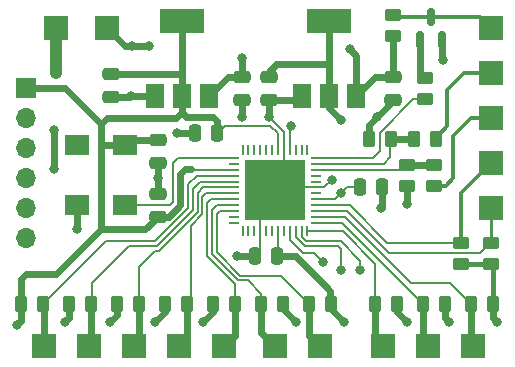
<source format=gtl>
%TF.GenerationSoftware,KiCad,Pcbnew,(6.0.5)*%
%TF.CreationDate,2023-05-04T10:00:39-06:00*%
%TF.ProjectId,NES_JP_MOD,4e45535f-4a50-45f4-9d4f-442e6b696361,rev?*%
%TF.SameCoordinates,Original*%
%TF.FileFunction,Copper,L1,Top*%
%TF.FilePolarity,Positive*%
%FSLAX46Y46*%
G04 Gerber Fmt 4.6, Leading zero omitted, Abs format (unit mm)*
G04 Created by KiCad (PCBNEW (6.0.5)) date 2023-05-04 10:00:39*
%MOMM*%
%LPD*%
G01*
G04 APERTURE LIST*
G04 Aperture macros list*
%AMRoundRect*
0 Rectangle with rounded corners*
0 $1 Rounding radius*
0 $2 $3 $4 $5 $6 $7 $8 $9 X,Y pos of 4 corners*
0 Add a 4 corners polygon primitive as box body*
4,1,4,$2,$3,$4,$5,$6,$7,$8,$9,$2,$3,0*
0 Add four circle primitives for the rounded corners*
1,1,$1+$1,$2,$3*
1,1,$1+$1,$4,$5*
1,1,$1+$1,$6,$7*
1,1,$1+$1,$8,$9*
0 Add four rect primitives between the rounded corners*
20,1,$1+$1,$2,$3,$4,$5,0*
20,1,$1+$1,$4,$5,$6,$7,0*
20,1,$1+$1,$6,$7,$8,$9,0*
20,1,$1+$1,$8,$9,$2,$3,0*%
G04 Aperture macros list end*
%TA.AperFunction,SMDPad,CuDef*%
%ADD10RoundRect,0.250000X0.262500X0.450000X-0.262500X0.450000X-0.262500X-0.450000X0.262500X-0.450000X0*%
%TD*%
%TA.AperFunction,SMDPad,CuDef*%
%ADD11RoundRect,0.250000X-0.262500X-0.450000X0.262500X-0.450000X0.262500X0.450000X-0.262500X0.450000X0*%
%TD*%
%TA.AperFunction,SMDPad,CuDef*%
%ADD12RoundRect,0.250000X-0.475000X0.250000X-0.475000X-0.250000X0.475000X-0.250000X0.475000X0.250000X0*%
%TD*%
%TA.AperFunction,SMDPad,CuDef*%
%ADD13R,2.000000X2.000000*%
%TD*%
%TA.AperFunction,SMDPad,CuDef*%
%ADD14RoundRect,0.250000X-0.450000X0.262500X-0.450000X-0.262500X0.450000X-0.262500X0.450000X0.262500X0*%
%TD*%
%TA.AperFunction,SMDPad,CuDef*%
%ADD15RoundRect,0.250000X0.250000X0.475000X-0.250000X0.475000X-0.250000X-0.475000X0.250000X-0.475000X0*%
%TD*%
%TA.AperFunction,SMDPad,CuDef*%
%ADD16R,2.000000X1.800000*%
%TD*%
%TA.AperFunction,SMDPad,CuDef*%
%ADD17RoundRect,0.250000X0.475000X-0.250000X0.475000X0.250000X-0.475000X0.250000X-0.475000X-0.250000X0*%
%TD*%
%TA.AperFunction,SMDPad,CuDef*%
%ADD18RoundRect,0.250000X0.450000X-0.262500X0.450000X0.262500X-0.450000X0.262500X-0.450000X-0.262500X0*%
%TD*%
%TA.AperFunction,SMDPad,CuDef*%
%ADD19RoundRect,0.250000X-0.250000X-0.475000X0.250000X-0.475000X0.250000X0.475000X-0.250000X0.475000X0*%
%TD*%
%TA.AperFunction,SMDPad,CuDef*%
%ADD20R,1.500000X2.000000*%
%TD*%
%TA.AperFunction,SMDPad,CuDef*%
%ADD21R,3.800000X2.000000*%
%TD*%
%TA.AperFunction,SMDPad,CuDef*%
%ADD22RoundRect,0.150000X0.150000X-0.587500X0.150000X0.587500X-0.150000X0.587500X-0.150000X-0.587500X0*%
%TD*%
%TA.AperFunction,SMDPad,CuDef*%
%ADD23RoundRect,0.062500X-0.375000X-0.062500X0.375000X-0.062500X0.375000X0.062500X-0.375000X0.062500X0*%
%TD*%
%TA.AperFunction,SMDPad,CuDef*%
%ADD24RoundRect,0.062500X-0.062500X-0.375000X0.062500X-0.375000X0.062500X0.375000X-0.062500X0.375000X0*%
%TD*%
%TA.AperFunction,SMDPad,CuDef*%
%ADD25R,5.150000X5.150000*%
%TD*%
%TA.AperFunction,ComponentPad*%
%ADD26R,1.700000X1.700000*%
%TD*%
%TA.AperFunction,ComponentPad*%
%ADD27O,1.700000X1.700000*%
%TD*%
%TA.AperFunction,ViaPad*%
%ADD28C,0.800000*%
%TD*%
%TA.AperFunction,Conductor*%
%ADD29C,1.000000*%
%TD*%
%TA.AperFunction,Conductor*%
%ADD30C,0.600000*%
%TD*%
%TA.AperFunction,Conductor*%
%ADD31C,0.200000*%
%TD*%
%TA.AperFunction,Conductor*%
%ADD32C,0.300000*%
%TD*%
%TA.AperFunction,Conductor*%
%ADD33C,0.250000*%
%TD*%
%TA.AperFunction,Conductor*%
%ADD34C,0.400000*%
%TD*%
G04 APERTURE END LIST*
D10*
%TO.P,R6,1*%
%TO.N,+3V3*%
X153566500Y-102108000D03*
%TO.P,R6,2*%
%TO.N,/BTN8*%
X151741500Y-102108000D03*
%TD*%
D11*
%TO.P,R16,1*%
%TO.N,+3V3*%
X125833500Y-102108000D03*
%TO.P,R16,2*%
%TO.N,/BTN2*%
X127658500Y-102108000D03*
%TD*%
D12*
%TO.P,C2,1*%
%TO.N,+5V*%
X136398000Y-82870000D03*
%TO.P,C2,2*%
%TO.N,GND*%
X136398000Y-84770000D03*
%TD*%
D13*
%TO.P,TP6,1,1*%
%TO.N,/BTN4*%
X134874000Y-105664000D03*
%TD*%
D11*
%TO.P,R17,1*%
%TO.N,+3V3*%
X121769500Y-102108000D03*
%TO.P,R17,2*%
%TO.N,/BTN1*%
X123594500Y-102108000D03*
%TD*%
D14*
%TO.P,R13,1*%
%TO.N,/LATCH_DIV*%
X150368000Y-90273500D03*
%TO.P,R13,2*%
%TO.N,GND*%
X150368000Y-92098500D03*
%TD*%
D15*
%TO.P,C7,1*%
%TO.N,+3V3*%
X139380000Y-98044000D03*
%TO.P,C7,2*%
%TO.N,GND*%
X137480000Y-98044000D03*
%TD*%
D12*
%TO.P,C1,1*%
%TO.N,+5V*%
X149205525Y-82870000D03*
%TO.P,C1,2*%
%TO.N,GND*%
X149205525Y-84770000D03*
%TD*%
D16*
%TO.P,X1,1,EN*%
%TO.N,unconnected-(X1-Pad1)*%
X122460000Y-88646000D03*
%TO.P,X1,2,GND*%
%TO.N,GND*%
X122460000Y-93726000D03*
%TO.P,X1,3,OUT*%
%TO.N,/CLK*%
X126460000Y-93726000D03*
%TO.P,X1,4,Vdd*%
%TO.N,+3V3*%
X126460000Y-88646000D03*
%TD*%
D13*
%TO.P,TP10,1,1*%
%TO.N,/BTN8*%
X152146000Y-105664000D03*
%TD*%
D17*
%TO.P,C6,1*%
%TO.N,+3V3*%
X129286000Y-94676000D03*
%TO.P,C6,2*%
%TO.N,GND*%
X129286000Y-92776000D03*
%TD*%
D18*
%TO.P,R12,1*%
%TO.N,/NES_LATCH*%
X152654000Y-92098500D03*
%TO.P,R12,2*%
%TO.N,/LATCH_DIV*%
X152654000Y-90273500D03*
%TD*%
D13*
%TO.P,TP11,1,1*%
%TO.N,/BTN9*%
X155956000Y-105664000D03*
%TD*%
D18*
%TO.P,R3,1*%
%TO.N,+3V3*%
X154940000Y-98702500D03*
%TO.P,R3,2*%
%TO.N,/BTN11*%
X154940000Y-96877500D03*
%TD*%
D10*
%TO.P,R7,1*%
%TO.N,+3V3*%
X149502500Y-102108000D03*
%TO.P,R7,2*%
%TO.N,/BTN7*%
X147677500Y-102108000D03*
%TD*%
D18*
%TO.P,R2,1*%
%TO.N,+5V*%
X149205525Y-79412629D03*
%TO.P,R2,2*%
%TO.N,/NES_DATA*%
X149205525Y-77587629D03*
%TD*%
D13*
%TO.P,TP4,1,1*%
%TO.N,/BTN2*%
X127254000Y-105664000D03*
%TD*%
D12*
%TO.P,C5,1*%
%TO.N,+3V3*%
X129286000Y-88204000D03*
%TO.P,C5,2*%
%TO.N,GND*%
X129286000Y-90104000D03*
%TD*%
%TO.P,C3,1*%
%TO.N,+1V8*%
X138684000Y-82870000D03*
%TO.P,C3,2*%
%TO.N,GND*%
X138684000Y-84770000D03*
%TD*%
D19*
%TO.P,C8,1*%
%TO.N,+1V8*%
X146370000Y-92202000D03*
%TO.P,C8,2*%
%TO.N,GND*%
X148270000Y-92202000D03*
%TD*%
D11*
%TO.P,R14,1*%
%TO.N,+3V3*%
X133961500Y-102108000D03*
%TO.P,R14,2*%
%TO.N,/BTN4*%
X135786500Y-102108000D03*
%TD*%
D13*
%TO.P,TP9,1,1*%
%TO.N,/BTN7*%
X148336000Y-105664000D03*
%TD*%
D20*
%TO.P,U2,1,GND*%
%TO.N,GND*%
X141464000Y-84430000D03*
D21*
%TO.P,U2,2,VO*%
%TO.N,+1V8*%
X143764000Y-78130000D03*
D20*
X143764000Y-84430000D03*
%TO.P,U2,3,VI*%
%TO.N,+5V*%
X146064000Y-84430000D03*
%TD*%
D13*
%TO.P,TP5,1,1*%
%TO.N,/BTN3*%
X131064000Y-105664000D03*
%TD*%
D10*
%TO.P,R9,1*%
%TO.N,/CLK_DIV*%
X148994500Y-88138000D03*
%TO.P,R9,2*%
%TO.N,GND*%
X147169500Y-88138000D03*
%TD*%
D13*
%TO.P,TP8,1,1*%
%TO.N,/BTN6*%
X143025500Y-105664000D03*
%TD*%
D18*
%TO.P,R4,1*%
%TO.N,+3V3*%
X157480000Y-98702500D03*
%TO.P,R4,2*%
%TO.N,/BTN10*%
X157480000Y-96877500D03*
%TD*%
D12*
%TO.P,C4,1*%
%TO.N,+3V3*%
X125349000Y-82616000D03*
%TO.P,C4,2*%
%TO.N,GND*%
X125349000Y-84516000D03*
%TD*%
D13*
%TO.P,TP12,1,1*%
%TO.N,/BTN10*%
X157480000Y-93980000D03*
%TD*%
D15*
%TO.P,C9,1*%
%TO.N,+3V3*%
X134300000Y-87630000D03*
%TO.P,C9,2*%
%TO.N,GND*%
X132400000Y-87630000D03*
%TD*%
D13*
%TO.P,TP3,1,1*%
%TO.N,/BTN1*%
X123444000Y-105664000D03*
%TD*%
D18*
%TO.P,R1,1*%
%TO.N,/DATA_Q*%
X151892000Y-84732500D03*
%TO.P,R1,2*%
%TO.N,Net-(Q1-Pad1)*%
X151892000Y-82907500D03*
%TD*%
D13*
%TO.P,TP16,1,1*%
%TO.N,+5V*%
X124968000Y-78740000D03*
%TD*%
%TO.P,TP2,1,1*%
%TO.N,/BTN0*%
X119634000Y-105664000D03*
%TD*%
D22*
%TO.P,Q1,1,B*%
%TO.N,Net-(Q1-Pad1)*%
X151450000Y-79677500D03*
%TO.P,Q1,2,E*%
%TO.N,GND*%
X153350000Y-79677500D03*
%TO.P,Q1,3,C*%
%TO.N,/NES_DATA*%
X152400000Y-77802500D03*
%TD*%
D20*
%TO.P,U3,1,GND*%
%TO.N,GND*%
X129018000Y-84430000D03*
%TO.P,U3,2,VO*%
%TO.N,+3V3*%
X131318000Y-84430000D03*
D21*
X131318000Y-78130000D03*
D20*
%TO.P,U3,3,VI*%
%TO.N,+5V*%
X133618000Y-84430000D03*
%TD*%
D23*
%TO.P,U1,1,I/O*%
%TO.N,/CLK*%
X135754500Y-89706000D03*
%TO.P,U1,2,I/O*%
%TO.N,unconnected-(U1-Pad2)*%
X135754500Y-90206000D03*
%TO.P,U1,3,VAUX*%
%TO.N,+3V3*%
X135754500Y-90706000D03*
%TO.P,U1,4,I/O*%
%TO.N,/BTN0*%
X135754500Y-91206000D03*
%TO.P,U1,5,I/O*%
%TO.N,/BTN1*%
X135754500Y-91706000D03*
%TO.P,U1,6,I/O*%
%TO.N,/BTN2*%
X135754500Y-92206000D03*
%TO.P,U1,7,I/O*%
%TO.N,/BTN3*%
X135754500Y-92706000D03*
%TO.P,U1,8,I/O*%
%TO.N,/BTN4*%
X135754500Y-93206000D03*
%TO.P,U1,9,I/O*%
%TO.N,/BTN5*%
X135754500Y-93706000D03*
%TO.P,U1,10,I/O*%
%TO.N,/BTN6*%
X135754500Y-94206000D03*
%TO.P,U1,11,I/O*%
%TO.N,unconnected-(U1-Pad11)*%
X135754500Y-94706000D03*
%TO.P,U1,12,I/O*%
%TO.N,unconnected-(U1-Pad12)*%
X135754500Y-95206000D03*
D24*
%TO.P,U1,13,I/O*%
%TO.N,unconnected-(U1-Pad13)*%
X136442000Y-95893500D03*
%TO.P,U1,14,I/O*%
%TO.N,unconnected-(U1-Pad14)*%
X136942000Y-95893500D03*
%TO.P,U1,15,I/O*%
%TO.N,unconnected-(U1-Pad15)*%
X137442000Y-95893500D03*
%TO.P,U1,16,GND*%
%TO.N,GND*%
X137942000Y-95893500D03*
%TO.P,U1,17,I/O*%
%TO.N,unconnected-(U1-Pad17)*%
X138442000Y-95893500D03*
%TO.P,U1,18,I/O*%
%TO.N,unconnected-(U1-Pad18)*%
X138942000Y-95893500D03*
%TO.P,U1,19,Vccio1*%
%TO.N,+3V3*%
X139442000Y-95893500D03*
%TO.P,U1,20,I/O*%
%TO.N,unconnected-(U1-Pad20)*%
X139942000Y-95893500D03*
%TO.P,U1,21,TDI*%
%TO.N,/TDI*%
X140442000Y-95893500D03*
%TO.P,U1,22,TMS*%
%TO.N,/TMS*%
X140942000Y-95893500D03*
%TO.P,U1,23,TCK*%
%TO.N,/TCK*%
X141442000Y-95893500D03*
%TO.P,U1,24,I/O*%
%TO.N,/BTN7*%
X141942000Y-95893500D03*
D23*
%TO.P,U1,25,I/O*%
%TO.N,/BTN8*%
X142629500Y-95206000D03*
%TO.P,U1,26,I/O*%
%TO.N,/BTN9*%
X142629500Y-94706000D03*
%TO.P,U1,27,I/O*%
%TO.N,/BTN10*%
X142629500Y-94206000D03*
%TO.P,U1,28,I/O*%
%TO.N,/BTN11*%
X142629500Y-93706000D03*
%TO.P,U1,29,Vcc*%
%TO.N,+1V8*%
X142629500Y-93206000D03*
%TO.P,U1,30,I/O*%
%TO.N,unconnected-(U1-Pad30)*%
X142629500Y-92706000D03*
%TO.P,U1,31,GND*%
%TO.N,GND*%
X142629500Y-92206000D03*
%TO.P,U1,32,I/O*%
%TO.N,unconnected-(U1-Pad32)*%
X142629500Y-91706000D03*
%TO.P,U1,33,I/O*%
%TO.N,unconnected-(U1-Pad33)*%
X142629500Y-91206000D03*
%TO.P,U1,34,I/O*%
%TO.N,/LATCH_DIV*%
X142629500Y-90706000D03*
%TO.P,U1,35,I/O*%
%TO.N,/CLK_DIV*%
X142629500Y-90206000D03*
%TO.P,U1,36,I/O*%
%TO.N,/DATA_Q*%
X142629500Y-89706000D03*
D24*
%TO.P,U1,37,I/O*%
%TO.N,unconnected-(U1-Pad37)*%
X141942000Y-89018500D03*
%TO.P,U1,38,I/O*%
%TO.N,unconnected-(U1-Pad38)*%
X141442000Y-89018500D03*
%TO.P,U1,39,I/O*%
%TO.N,unconnected-(U1-Pad39)*%
X140942000Y-89018500D03*
%TO.P,U1,40,TDO*%
%TO.N,/TDO*%
X140442000Y-89018500D03*
%TO.P,U1,41,GND*%
%TO.N,GND*%
X139942000Y-89018500D03*
%TO.P,U1,42,Vccio2*%
%TO.N,+3V3*%
X139442000Y-89018500D03*
%TO.P,U1,43,I/O*%
%TO.N,unconnected-(U1-Pad43)*%
X138942000Y-89018500D03*
%TO.P,U1,44,I/O*%
%TO.N,unconnected-(U1-Pad44)*%
X138442000Y-89018500D03*
%TO.P,U1,45,I/O*%
%TO.N,unconnected-(U1-Pad45)*%
X137942000Y-89018500D03*
%TO.P,U1,46,I/O*%
%TO.N,unconnected-(U1-Pad46)*%
X137442000Y-89018500D03*
%TO.P,U1,47,I/O*%
%TO.N,unconnected-(U1-Pad47)*%
X136942000Y-89018500D03*
%TO.P,U1,48,I/O*%
%TO.N,unconnected-(U1-Pad48)*%
X136442000Y-89018500D03*
D25*
%TO.P,U1,49,GND*%
%TO.N,GND*%
X139192000Y-92456000D03*
%TD*%
D13*
%TO.P,TP13,1,1*%
%TO.N,/BTN11*%
X157480000Y-90170000D03*
%TD*%
D26*
%TO.P,J1,1,Pin_1*%
%TO.N,+3V3*%
X118110000Y-83820000D03*
D27*
%TO.P,J1,2,Pin_2*%
%TO.N,GND*%
X118110000Y-86360000D03*
%TO.P,J1,3,Pin_3*%
%TO.N,/TCK*%
X118110000Y-88900000D03*
%TO.P,J1,4,Pin_4*%
%TO.N,/TDO*%
X118110000Y-91440000D03*
%TO.P,J1,5,Pin_5*%
%TO.N,/TDI*%
X118110000Y-93980000D03*
%TO.P,J1,6,Pin_6*%
%TO.N,/TMS*%
X118110000Y-96520000D03*
%TD*%
D11*
%TO.P,R15,1*%
%TO.N,+3V3*%
X129897500Y-102108000D03*
%TO.P,R15,2*%
%TO.N,/BTN3*%
X131722500Y-102108000D03*
%TD*%
D13*
%TO.P,TP7,1,1*%
%TO.N,/BTN5*%
X139215500Y-105664000D03*
%TD*%
%TO.P,TP14,1,1*%
%TO.N,/NES_CLK*%
X157480000Y-82550000D03*
%TD*%
D10*
%TO.P,R8,1*%
%TO.N,/NES_CLK*%
X152804500Y-88138000D03*
%TO.P,R8,2*%
%TO.N,/CLK_DIV*%
X150979500Y-88138000D03*
%TD*%
%TO.P,R11,1*%
%TO.N,+3V3*%
X139874000Y-102108000D03*
%TO.P,R11,2*%
%TO.N,/BTN5*%
X138049000Y-102108000D03*
%TD*%
D11*
%TO.P,R18,1*%
%TO.N,+3V3*%
X117705500Y-102108000D03*
%TO.P,R18,2*%
%TO.N,/BTN0*%
X119530500Y-102108000D03*
%TD*%
D10*
%TO.P,R10,1*%
%TO.N,+3V3*%
X143938000Y-102108000D03*
%TO.P,R10,2*%
%TO.N,/BTN6*%
X142113000Y-102108000D03*
%TD*%
D13*
%TO.P,TP15,1,1*%
%TO.N,/NES_LATCH*%
X157480000Y-86360000D03*
%TD*%
%TO.P,TP17,1,1*%
%TO.N,GND*%
X120650000Y-78740000D03*
%TD*%
%TO.P,TP1,1,1*%
%TO.N,/NES_DATA*%
X157480000Y-78740000D03*
%TD*%
D10*
%TO.P,R5,1*%
%TO.N,+3V3*%
X157630500Y-102108000D03*
%TO.P,R5,2*%
%TO.N,/BTN9*%
X155805500Y-102108000D03*
%TD*%
D28*
%TO.N,+5V*%
X127127000Y-80264000D03*
%TO.N,GND*%
X120650000Y-82550000D03*
%TO.N,+5V*%
X128524000Y-80264000D03*
X136398000Y-81280000D03*
X145542000Y-80518000D03*
%TO.N,GND*%
X136398000Y-86233000D03*
X120523000Y-87376000D03*
X120523000Y-90678000D03*
X138684000Y-86233000D03*
X129286000Y-91440000D03*
X153416000Y-81407000D03*
X148209000Y-93980000D03*
X130937000Y-87630000D03*
X122428000Y-95758000D03*
X150368000Y-93599000D03*
X136017000Y-98044000D03*
X127000000Y-84455000D03*
X120650000Y-81026000D03*
X144018000Y-91567000D03*
X147828000Y-86233000D03*
%TO.N,+1V8*%
X144780000Y-92710000D03*
X144780000Y-86487000D03*
%TO.N,/TCK*%
X146431000Y-99187000D03*
%TO.N,/TDO*%
X140589000Y-86995000D03*
%TO.N,/TDI*%
X143256000Y-98552000D03*
%TO.N,/TMS*%
X144780000Y-99187000D03*
%TO.N,+3V3*%
X125222000Y-103632000D03*
X117348000Y-103886000D03*
X133096000Y-103632000D03*
X157988000Y-103632000D03*
X145057500Y-103632000D03*
X140993500Y-103632000D03*
X129032000Y-103632000D03*
X150368000Y-103632000D03*
X121412000Y-103632000D03*
X153924000Y-103632000D03*
%TD*%
D29*
%TO.N,GND*%
X120650000Y-78740000D02*
X120650000Y-82550000D01*
D30*
%TO.N,+5V*%
X136398000Y-82870000D02*
X136398000Y-81280000D01*
X149205525Y-82870000D02*
X147624000Y-82870000D01*
X126492000Y-80264000D02*
X128524000Y-80264000D01*
X135178000Y-82870000D02*
X133618000Y-84430000D01*
X149205525Y-79412629D02*
X149205525Y-82870000D01*
X146064000Y-81040000D02*
X145542000Y-80518000D01*
X146064000Y-84430000D02*
X146064000Y-81040000D01*
X136398000Y-82870000D02*
X135178000Y-82870000D01*
X124968000Y-78740000D02*
X126492000Y-80264000D01*
X147624000Y-82870000D02*
X146064000Y-84430000D01*
%TO.N,GND*%
X125349000Y-84516000D02*
X126939000Y-84516000D01*
X126939000Y-84516000D02*
X127000000Y-84455000D01*
X129286000Y-90104000D02*
X129286000Y-91440000D01*
D31*
X139942000Y-87491000D02*
X138684000Y-86233000D01*
D30*
X149205525Y-84770000D02*
X149205525Y-84855475D01*
X148270000Y-92202000D02*
X148270000Y-93919000D01*
D31*
X137942000Y-95893500D02*
X137942000Y-97582000D01*
D30*
X150368000Y-92098500D02*
X150368000Y-93599000D01*
X122428000Y-95758000D02*
X122428000Y-93758000D01*
X129018000Y-84430000D02*
X127025000Y-84430000D01*
X137480000Y-98044000D02*
X136017000Y-98044000D01*
X149205525Y-84855475D02*
X147828000Y-86233000D01*
X120523000Y-87376000D02*
X120523000Y-90678000D01*
X127025000Y-84430000D02*
X127000000Y-84455000D01*
D31*
X139942000Y-89018500D02*
X139942000Y-91706000D01*
D30*
X122460000Y-93726000D02*
X122460000Y-93758000D01*
D31*
X137942000Y-93706000D02*
X139192000Y-92456000D01*
D30*
X148270000Y-93919000D02*
X148209000Y-93980000D01*
X147169500Y-88138000D02*
X147169500Y-86891500D01*
D31*
X139942000Y-89018500D02*
X139942000Y-87491000D01*
X143379000Y-92206000D02*
X144018000Y-91567000D01*
D30*
X138684000Y-84770000D02*
X141124000Y-84770000D01*
X129286000Y-92776000D02*
X129286000Y-91440000D01*
X132400000Y-87630000D02*
X130937000Y-87630000D01*
X138684000Y-84770000D02*
X138684000Y-86233000D01*
D31*
X142629500Y-92206000D02*
X143379000Y-92206000D01*
D30*
X122428000Y-93758000D02*
X122460000Y-93726000D01*
D31*
X137942000Y-97582000D02*
X137480000Y-98044000D01*
D30*
X153350000Y-81341000D02*
X153416000Y-81407000D01*
D31*
X139942000Y-91706000D02*
X139192000Y-92456000D01*
X142629500Y-92206000D02*
X139442000Y-92206000D01*
D30*
X153350000Y-79677500D02*
X153350000Y-81341000D01*
D31*
X137942000Y-95893500D02*
X137942000Y-93706000D01*
D30*
X147169500Y-86891500D02*
X147828000Y-86233000D01*
X136398000Y-84770000D02*
X136398000Y-86233000D01*
D31*
X139442000Y-92206000D02*
X139192000Y-92456000D01*
D30*
X141124000Y-84770000D02*
X141464000Y-84430000D01*
%TO.N,+1V8*%
X143764000Y-85471000D02*
X144780000Y-86487000D01*
X143764000Y-82042000D02*
X143764000Y-84430000D01*
X143764000Y-84430000D02*
X143764000Y-85471000D01*
X138684000Y-82423000D02*
X139319000Y-81788000D01*
D31*
X144284000Y-93206000D02*
X144780000Y-92710000D01*
X142629500Y-93206000D02*
X144284000Y-93206000D01*
D30*
X139319000Y-81788000D02*
X143510000Y-81788000D01*
X143764000Y-78130000D02*
X143764000Y-82042000D01*
D31*
X145288000Y-92202000D02*
X144780000Y-92710000D01*
D30*
X143510000Y-81788000D02*
X143764000Y-82042000D01*
X138684000Y-82870000D02*
X138684000Y-82423000D01*
D31*
X146370000Y-92202000D02*
X145288000Y-92202000D01*
%TO.N,/TCK*%
X144780000Y-96774000D02*
X146431000Y-98425000D01*
X141442000Y-95893500D02*
X141442000Y-96357000D01*
X141859000Y-96774000D02*
X144780000Y-96774000D01*
X141442000Y-96357000D02*
X141859000Y-96774000D01*
X146431000Y-98425000D02*
X146431000Y-99187000D01*
%TO.N,/TDO*%
X140442000Y-89018500D02*
X140442000Y-87142000D01*
X140442000Y-87142000D02*
X140589000Y-86995000D01*
%TO.N,/TDI*%
X142494000Y-97790000D02*
X143256000Y-98552000D01*
X140442000Y-96627000D02*
X141605000Y-97790000D01*
X140442000Y-95893500D02*
X140442000Y-96627000D01*
X141605000Y-97790000D02*
X142494000Y-97790000D01*
%TO.N,/TMS*%
X140942000Y-95893500D02*
X140942000Y-96422006D01*
X144544519Y-97173519D02*
X144780000Y-97409000D01*
X144780000Y-97409000D02*
X144780000Y-99187000D01*
X141693514Y-97173520D02*
X142113000Y-97173519D01*
X140942000Y-96422006D02*
X141693514Y-97173520D01*
X142113000Y-97173519D02*
X144544519Y-97173519D01*
%TO.N,/CLK*%
X130302000Y-93726000D02*
X126460000Y-93726000D01*
X135754500Y-89706000D02*
X131020000Y-89706000D01*
X130556000Y-90170000D02*
X130556000Y-93472000D01*
X131020000Y-89706000D02*
X130556000Y-90170000D01*
X130556000Y-93472000D02*
X130302000Y-93726000D01*
D30*
%TO.N,Net-(Q1-Pad1)*%
X151450000Y-82465500D02*
X151892000Y-82907500D01*
X151450000Y-79677500D02*
X151450000Y-82465500D01*
D32*
%TO.N,/NES_DATA*%
X152400000Y-77802500D02*
X149420396Y-77802500D01*
X149420396Y-77802500D02*
X149205525Y-77587629D01*
X157480000Y-78740000D02*
X156542500Y-77802500D01*
X156542500Y-77802500D02*
X152400000Y-77802500D01*
D31*
%TO.N,/DATA_Q*%
X148082000Y-87560862D02*
X150910362Y-84732500D01*
X142629500Y-89706000D02*
X147530000Y-89706000D01*
X147530000Y-89706000D02*
X148082000Y-89154000D01*
X150910362Y-84732500D02*
X151892000Y-84732500D01*
X148082000Y-89154000D02*
X148082000Y-87560862D01*
%TO.N,/BTN11*%
X142629500Y-93706000D02*
X145522000Y-93706000D01*
D32*
X154940000Y-92710000D02*
X154940000Y-96877500D01*
X157480000Y-90170000D02*
X154940000Y-92710000D01*
D31*
X154916500Y-96901000D02*
X154940000Y-96877500D01*
X145522000Y-93706000D02*
X148717000Y-96901000D01*
X148717000Y-96901000D02*
X154916500Y-96901000D01*
%TO.N,/BTN10*%
X156567500Y-97790000D02*
X157480000Y-96877500D01*
X145260000Y-94206000D02*
X148844000Y-97790000D01*
X142629500Y-94206000D02*
X145260000Y-94206000D01*
X156567500Y-97790000D02*
X148844000Y-97790000D01*
D33*
X157480000Y-96877500D02*
X157480000Y-93980000D01*
D31*
%TO.N,/BTN9*%
X154027500Y-100330000D02*
X155805500Y-102108000D01*
X142629500Y-94706000D02*
X145125000Y-94706000D01*
D30*
X155805500Y-105513500D02*
X155956000Y-105664000D01*
X155805500Y-102108000D02*
X155805500Y-105513500D01*
D31*
X145125000Y-94706000D02*
X150749000Y-100330000D01*
X150749000Y-100330000D02*
X154027500Y-100330000D01*
%TO.N,/BTN8*%
X142629500Y-95206000D02*
X144839500Y-95206000D01*
D30*
X151741500Y-102108000D02*
X151741500Y-105259500D01*
X151741500Y-105259500D02*
X152146000Y-105664000D01*
D31*
X144839500Y-95206000D02*
X151741500Y-102108000D01*
%TO.N,/BTN7*%
X147701000Y-98679000D02*
X147701000Y-102084500D01*
X144915500Y-95893500D02*
X147701000Y-98679000D01*
D30*
X147677500Y-105005500D02*
X148336000Y-105664000D01*
X147677500Y-102108000D02*
X147677500Y-105005500D01*
D31*
X147701000Y-102084500D02*
X147677500Y-102108000D01*
X141942000Y-95893500D02*
X144915500Y-95893500D01*
D32*
%TO.N,/NES_CLK*%
X155194000Y-82550000D02*
X157480000Y-82550000D01*
X152804500Y-88138000D02*
X152804500Y-87987500D01*
X152804500Y-87987500D02*
X153797000Y-86995000D01*
X153797000Y-86995000D02*
X153797000Y-83947000D01*
X153797000Y-83947000D02*
X155194000Y-82550000D01*
D30*
%TO.N,/CLK_DIV*%
X150979500Y-88138000D02*
X148994500Y-88138000D01*
D31*
X142629500Y-90206000D02*
X148427000Y-90206000D01*
X148427000Y-90206000D02*
X148971000Y-89662000D01*
X148971000Y-89662000D02*
X148971000Y-88161500D01*
X148971000Y-88161500D02*
X148994500Y-88138000D01*
%TO.N,/BTN6*%
X139681480Y-99676480D02*
X142113000Y-102108000D01*
D30*
X142113000Y-104751500D02*
X143025500Y-105664000D01*
D31*
X134257520Y-97681520D02*
X136252480Y-99676480D01*
X134257520Y-94469480D02*
X134257520Y-97681520D01*
X136252480Y-99676480D02*
X139681480Y-99676480D01*
X134521000Y-94206000D02*
X134257520Y-94469480D01*
X135754500Y-94206000D02*
X134521000Y-94206000D01*
D30*
X142113000Y-102108000D02*
X142113000Y-104751500D01*
%TO.N,/BTN5*%
X138049000Y-104497500D02*
X139215500Y-105664000D01*
D31*
X136906000Y-100076000D02*
X138049000Y-101219000D01*
X138049000Y-101219000D02*
X138049000Y-102108000D01*
X136086994Y-100076000D02*
X136906000Y-100076000D01*
X134259000Y-93706000D02*
X133858000Y-94107000D01*
D30*
X138049000Y-102108000D02*
X138049000Y-104497500D01*
D31*
X133858000Y-94107000D02*
X133858001Y-97847007D01*
X135754500Y-93706000D02*
X134259000Y-93706000D01*
X133858001Y-97847007D02*
X136086994Y-100076000D01*
D32*
%TO.N,/NES_LATCH*%
X154305000Y-87884000D02*
X155829000Y-86360000D01*
X152654000Y-92098500D02*
X153646500Y-92098500D01*
X153646500Y-92098500D02*
X154305000Y-91440000D01*
X155829000Y-86360000D02*
X157480000Y-86360000D01*
X154305000Y-91440000D02*
X154305000Y-87884000D01*
D30*
%TO.N,/LATCH_DIV*%
X150368000Y-90273500D02*
X152654000Y-90273500D01*
D31*
X142629500Y-90706000D02*
X149935500Y-90706000D01*
X149935500Y-90706000D02*
X150368000Y-90273500D01*
%TO.N,/BTN4*%
X133444046Y-93504954D02*
X133743000Y-93206000D01*
X135786500Y-102108000D02*
X135786500Y-100353500D01*
X133743000Y-93206000D02*
X135754500Y-93206000D01*
X133444046Y-98011046D02*
X133444046Y-93504954D01*
D30*
X135786500Y-102108000D02*
X135786500Y-104751500D01*
D31*
X135786500Y-100353500D02*
X133444046Y-98011046D01*
D30*
X135786500Y-104751500D02*
X134874000Y-105664000D01*
D31*
%TO.N,/BTN3*%
X132038509Y-95462509D02*
X132038509Y-101791991D01*
X135754500Y-92706000D02*
X133354000Y-92706000D01*
X133354000Y-92706000D02*
X133044526Y-93015474D01*
D30*
X131722500Y-105005500D02*
X131064000Y-105664000D01*
D31*
X133044526Y-93015474D02*
X133044526Y-94456492D01*
X132038509Y-101791991D02*
X131722500Y-102108000D01*
X133044526Y-94456492D02*
X132038509Y-95462509D01*
D30*
X131722500Y-102108000D02*
X131722500Y-105005500D01*
%TO.N,/BTN2*%
X127658500Y-102108000D02*
X127658500Y-105259500D01*
D31*
X132635023Y-92710000D02*
X132645006Y-92719983D01*
X132645006Y-94291006D02*
X129362973Y-97573039D01*
D30*
X127658500Y-105259500D02*
X127254000Y-105664000D01*
D31*
X132645006Y-92719983D02*
X132645006Y-94291006D01*
X135754500Y-92206000D02*
X133092000Y-92206000D01*
X129032000Y-97573039D02*
X127658500Y-98946539D01*
X132635023Y-92662977D02*
X132635023Y-92710000D01*
X129362973Y-97573039D02*
X129032000Y-97573039D01*
X127658500Y-98946539D02*
X127658500Y-102108000D01*
X133092000Y-92206000D02*
X132635023Y-92662977D01*
%TO.N,/BTN1*%
X123698000Y-100330000D02*
X123698000Y-102004500D01*
X123698000Y-102004500D02*
X123594500Y-102108000D01*
D30*
X123594500Y-105513500D02*
X123444000Y-105664000D01*
D31*
X132235503Y-94135503D02*
X129197486Y-97173520D01*
X132235503Y-92300497D02*
X132235503Y-94135503D01*
X132830000Y-91706000D02*
X132235503Y-92300497D01*
X135754500Y-91706000D02*
X132830000Y-91706000D01*
X126854480Y-97173520D02*
X123698000Y-100330000D01*
D30*
X123594500Y-102108000D02*
X123594500Y-105513500D01*
D31*
X129197486Y-97173520D02*
X126854480Y-97173520D01*
%TO.N,/BTN0*%
X129032000Y-96774000D02*
X124864500Y-96774000D01*
X132568000Y-91206000D02*
X131826000Y-91948000D01*
D30*
X119634000Y-102211500D02*
X119530500Y-102108000D01*
X119634000Y-105664000D02*
X119634000Y-102211500D01*
D31*
X131826000Y-93980000D02*
X129032000Y-96774000D01*
X124864500Y-96774000D02*
X119530500Y-102108000D01*
X135754500Y-91206000D02*
X132568000Y-91206000D01*
X131826000Y-91948000D02*
X131826000Y-93980000D01*
D34*
%TO.N,+3V3*%
X157480000Y-98702500D02*
X157630500Y-98853000D01*
D30*
X140970000Y-98044000D02*
X143891000Y-100965000D01*
X133985000Y-86233000D02*
X131699000Y-86233000D01*
X130810000Y-86360000D02*
X124968000Y-86360000D01*
D31*
X139442000Y-89018500D02*
X139442000Y-87626000D01*
D30*
X124460000Y-95758000D02*
X120650000Y-99568000D01*
X143938000Y-102108000D02*
X143938000Y-102512500D01*
D31*
X143891000Y-102061000D02*
X143938000Y-102108000D01*
D30*
X131318000Y-82296000D02*
X131318000Y-82804000D01*
D34*
X157480000Y-98702500D02*
X154940000Y-98702500D01*
D30*
X125833500Y-102108000D02*
X125833500Y-103020500D01*
X129286000Y-94676000D02*
X130199850Y-94676000D01*
X157630500Y-102108000D02*
X157630500Y-103274500D01*
X131130000Y-82616000D02*
X131318000Y-82804000D01*
X121769500Y-103274500D02*
X121412000Y-103632000D01*
X131155520Y-93720330D02*
X131155520Y-91094480D01*
X131572000Y-90678000D02*
X132080000Y-90678000D01*
X131318000Y-85852000D02*
X130810000Y-86360000D01*
X153566500Y-102108000D02*
X153566500Y-103274500D01*
X133961500Y-102766500D02*
X133096000Y-103632000D01*
X124460000Y-95758000D02*
X128204000Y-95758000D01*
X118110000Y-83820000D02*
X121412000Y-83820000D01*
X121769500Y-102108000D02*
X121769500Y-103274500D01*
X133961500Y-102108000D02*
X133961500Y-102766500D01*
X129897500Y-102108000D02*
X129897500Y-102766500D01*
X131318000Y-84430000D02*
X131318000Y-85852000D01*
D34*
X157630500Y-98853000D02*
X157630500Y-102108000D01*
D30*
X149502500Y-102108000D02*
X149502500Y-102766500D01*
D31*
X139442000Y-95893500D02*
X139442000Y-97982000D01*
D30*
X131155520Y-91094480D02*
X131572000Y-90678000D01*
X139380000Y-98044000D02*
X140970000Y-98044000D01*
X124968000Y-86360000D02*
X124460000Y-86868000D01*
X125833500Y-103020500D02*
X125222000Y-103632000D01*
D31*
X135754500Y-90706000D02*
X132108000Y-90706000D01*
D30*
X117705500Y-102108000D02*
X117705500Y-103528500D01*
X129897500Y-102766500D02*
X129032000Y-103632000D01*
X143938000Y-102512500D02*
X145057500Y-103632000D01*
X153566500Y-103274500D02*
X153924000Y-103632000D01*
X149502500Y-102766500D02*
X150368000Y-103632000D01*
X157630500Y-103274500D02*
X157988000Y-103632000D01*
X118110000Y-99568000D02*
X117705500Y-99972500D01*
X131699000Y-86233000D02*
X131318000Y-85852000D01*
X125349000Y-82616000D02*
X131130000Y-82616000D01*
X124460000Y-88646000D02*
X124460000Y-95758000D01*
D31*
X139442000Y-97982000D02*
X139380000Y-98044000D01*
D30*
X129286000Y-88204000D02*
X126902000Y-88204000D01*
X143891000Y-100965000D02*
X143891000Y-102061000D01*
X134300000Y-87630000D02*
X134300000Y-86548000D01*
D31*
X139442000Y-87626000D02*
X138811000Y-86995000D01*
X132108000Y-90706000D02*
X132080000Y-90678000D01*
D30*
X117705500Y-99972500D02*
X117705500Y-102108000D01*
D31*
X134935000Y-86995000D02*
X134300000Y-87630000D01*
D30*
X126460000Y-88646000D02*
X124460000Y-88646000D01*
X128204000Y-95758000D02*
X129286000Y-94676000D01*
X131318000Y-78130000D02*
X131318000Y-82296000D01*
X117705500Y-103528500D02*
X117348000Y-103886000D01*
X124460000Y-86868000D02*
X124460000Y-88646000D01*
X126902000Y-88204000D02*
X126460000Y-88646000D01*
X139874000Y-102108000D02*
X139874000Y-102512500D01*
X131318000Y-82804000D02*
X131318000Y-84430000D01*
X120650000Y-99568000D02*
X118110000Y-99568000D01*
D31*
X138811000Y-86995000D02*
X134935000Y-86995000D01*
D30*
X139874000Y-102512500D02*
X140993500Y-103632000D01*
X130199850Y-94676000D02*
X131155520Y-93720330D01*
X121412000Y-83820000D02*
X124460000Y-86868000D01*
X134300000Y-86548000D02*
X133985000Y-86233000D01*
%TD*%
M02*

</source>
